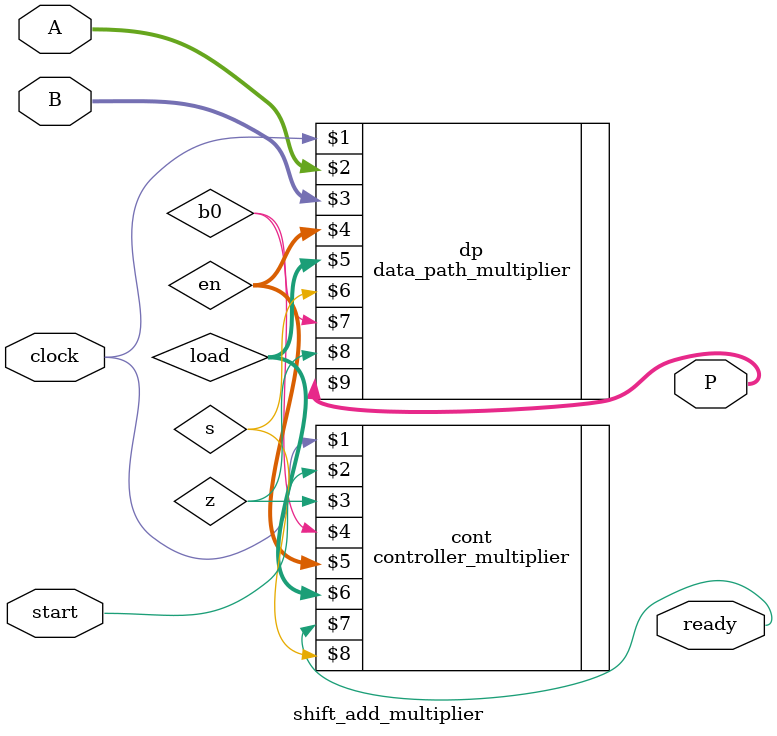
<source format=sv>
module shift_add_multiplier #(parameter N=8)(input logic clock, start,input logic [N-1:0] A,B, output logic [2*N-1:0] P,output logic ready);

    logic [1:2] en;
    logic [1:3]load;
    logic z,b0,s;

    data_path_multiplier #(N) dp(clock,A,B,en,load,s,b0,z,P);
    controller_multiplier cont(clock,start,z,b0,en,load,ready,s);

endmodule
</source>
